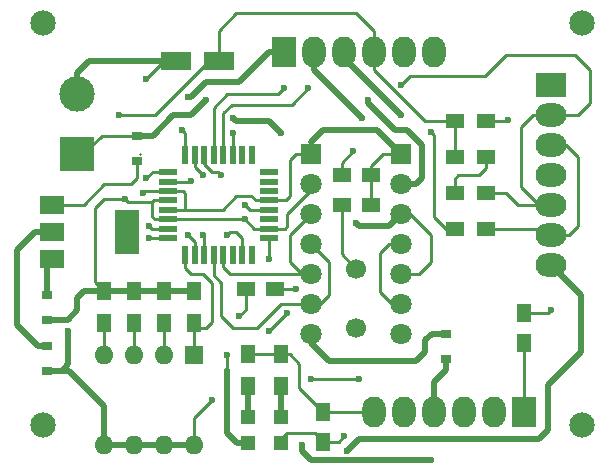
<source format=gtl>
G04 #@! TF.FileFunction,Copper,L1,Top,Signal*
%FSLAX46Y46*%
G04 Gerber Fmt 4.6, Leading zero omitted, Abs format (unit mm)*
G04 Created by KiCad (PCBNEW 4.0.6) date Tuesday, 11 '11e' April '11e' 2017, 13:18:08*
%MOMM*%
%LPD*%
G01*
G04 APERTURE LIST*
%ADD10C,0.100000*%
%ADD11R,1.500000X1.250000*%
%ADD12R,1.250000X1.500000*%
%ADD13R,2.000000X2.600000*%
%ADD14O,2.000000X2.600000*%
%ADD15R,2.600000X2.000000*%
%ADD16O,2.600000X2.000000*%
%ADD17R,1.500000X1.300000*%
%ADD18R,1.800000X1.800000*%
%ADD19C,1.800000*%
%ADD20R,1.600000X0.550000*%
%ADD21R,0.550000X1.600000*%
%ADD22R,0.900000X0.800000*%
%ADD23R,2.600000X1.600000*%
%ADD24R,1.200000X1.200000*%
%ADD25R,3.000000X3.000000*%
%ADD26C,3.000000*%
%ADD27R,1.300000X1.500000*%
%ADD28R,1.600000X1.600000*%
%ADD29O,1.600000X1.600000*%
%ADD30R,2.000000X3.800000*%
%ADD31R,2.000000X1.500000*%
%ADD32C,1.700000*%
%ADD33C,2.150000*%
%ADD34C,0.600000*%
%ADD35C,0.250000*%
%ADD36C,0.500000*%
G04 APERTURE END LIST*
D10*
D11*
X137688000Y-70866000D03*
X140188000Y-70866000D03*
X137688000Y-73406000D03*
X140188000Y-73406000D03*
D12*
X153162000Y-85070000D03*
X153162000Y-82570000D03*
D13*
X132842000Y-60452000D03*
D14*
X135382000Y-60452000D03*
X137922000Y-60452000D03*
X140462000Y-60452000D03*
X143002000Y-60452000D03*
X145542000Y-60452000D03*
D13*
X153162000Y-90932000D03*
D14*
X150622000Y-90932000D03*
X148082000Y-90932000D03*
X145542000Y-90932000D03*
X143002000Y-90932000D03*
X140462000Y-90932000D03*
D15*
X155448000Y-63246000D03*
D16*
X155448000Y-65786000D03*
X155448000Y-68326000D03*
X155448000Y-70866000D03*
X155448000Y-73406000D03*
X155448000Y-75946000D03*
X155448000Y-78486000D03*
D17*
X147240000Y-72390000D03*
X149940000Y-72390000D03*
X147240000Y-75438000D03*
X149940000Y-75438000D03*
D18*
X135128000Y-69088000D03*
D19*
X135128000Y-71628000D03*
X135128000Y-74168000D03*
X135128000Y-76708000D03*
X135128000Y-79248000D03*
X135128000Y-81788000D03*
X135128000Y-84328000D03*
X142748000Y-84328000D03*
X142748000Y-81788000D03*
X142748000Y-79248000D03*
X142748000Y-76708000D03*
X142748000Y-74168000D03*
X142748000Y-71628000D03*
D18*
X142748000Y-69088000D03*
D20*
X123004000Y-70606000D03*
X123004000Y-71406000D03*
X123004000Y-72206000D03*
X123004000Y-73006000D03*
X123004000Y-73806000D03*
X123004000Y-74606000D03*
X123004000Y-75406000D03*
X123004000Y-76206000D03*
D21*
X124454000Y-77656000D03*
X125254000Y-77656000D03*
X126054000Y-77656000D03*
X126854000Y-77656000D03*
X127654000Y-77656000D03*
X128454000Y-77656000D03*
X129254000Y-77656000D03*
X130054000Y-77656000D03*
D20*
X131504000Y-76206000D03*
X131504000Y-75406000D03*
X131504000Y-74606000D03*
X131504000Y-73806000D03*
X131504000Y-73006000D03*
X131504000Y-72206000D03*
X131504000Y-71406000D03*
X131504000Y-70606000D03*
D21*
X130054000Y-69156000D03*
X129254000Y-69156000D03*
X128454000Y-69156000D03*
X127654000Y-69156000D03*
X126854000Y-69156000D03*
X126054000Y-69156000D03*
X125254000Y-69156000D03*
X124454000Y-69156000D03*
D17*
X147240000Y-66294000D03*
X149940000Y-66294000D03*
X147240000Y-69342000D03*
X149940000Y-69342000D03*
D22*
X146558000Y-84294000D03*
X146558000Y-86394000D03*
D23*
X127276000Y-61214000D03*
X123676000Y-61214000D03*
D12*
X136144000Y-93452000D03*
X136144000Y-90952000D03*
D22*
X120396000Y-69630000D03*
X120396000Y-67530000D03*
D24*
X129794000Y-93556000D03*
X129794000Y-91356000D03*
X132588000Y-93556000D03*
X132588000Y-91356000D03*
D22*
X112776000Y-83092000D03*
X112776000Y-80992000D03*
X112776000Y-87410000D03*
X112776000Y-85310000D03*
D25*
X115316000Y-69088000D03*
D26*
X115316000Y-64008000D03*
D27*
X117602000Y-80692000D03*
X117602000Y-83392000D03*
X120142000Y-80692000D03*
X120142000Y-83392000D03*
X122682000Y-80692000D03*
X122682000Y-83392000D03*
X125222000Y-80692000D03*
X125222000Y-83392000D03*
X129794000Y-86026000D03*
X129794000Y-88726000D03*
X132588000Y-86026000D03*
X132588000Y-88726000D03*
D28*
X125222000Y-86106000D03*
D29*
X117602000Y-93726000D03*
X122682000Y-86106000D03*
X120142000Y-93726000D03*
X120142000Y-86106000D03*
X122682000Y-93726000D03*
X117602000Y-86106000D03*
X125222000Y-93726000D03*
D30*
X119482000Y-75692000D03*
D31*
X113182000Y-75692000D03*
X113182000Y-77992000D03*
X113182000Y-73392000D03*
D32*
X138938000Y-83820000D03*
X138938000Y-78820000D03*
D33*
X112431100Y-92018600D03*
X158031100Y-92018600D03*
X112431100Y-58018600D03*
X158031100Y-58018600D03*
D11*
X129560000Y-80518000D03*
X132060000Y-80518000D03*
D34*
X119380000Y-72898000D03*
X118872000Y-65786000D03*
X129470000Y-74606000D03*
X137922000Y-92964000D03*
X129032000Y-82804000D03*
X126746000Y-89916000D03*
X142748000Y-65786000D03*
X114554000Y-84074000D03*
X120904000Y-72390000D03*
X121158000Y-62738000D03*
X121412000Y-76200000D03*
X138684000Y-68834000D03*
X121412000Y-75184000D03*
X155448000Y-82296000D03*
X132842000Y-63500000D03*
X139954000Y-64516000D03*
X126238000Y-64516000D03*
X128016000Y-86106000D03*
X128016000Y-75946000D03*
X132588000Y-67310000D03*
X128524000Y-66040000D03*
X138938000Y-74930000D03*
X124714000Y-64262000D03*
X139446000Y-66040000D03*
X124206000Y-67056000D03*
X121158000Y-71120000D03*
X145288000Y-94996000D03*
X134366000Y-93726000D03*
X125984000Y-70866000D03*
X139192000Y-88138000D03*
X135128000Y-88138000D03*
X127508000Y-70866000D03*
X142748000Y-63246000D03*
X134874000Y-63500000D03*
X128524000Y-67310000D03*
X133096000Y-82550000D03*
X131572000Y-84074000D03*
X138176000Y-94234000D03*
X131572000Y-77978000D03*
X151765000Y-66167000D03*
X145288000Y-67183000D03*
X124714000Y-75946000D03*
X125984000Y-75946000D03*
X124968000Y-71374000D03*
X133858000Y-80518000D03*
X129540000Y-73406000D03*
D35*
X120616000Y-69088000D02*
X120650000Y-69054000D01*
D36*
X135128000Y-84328000D02*
X135128000Y-85090000D01*
X135128000Y-85090000D02*
X136652000Y-86614000D01*
X145322000Y-84294000D02*
X146558000Y-84294000D01*
X144780000Y-84836000D02*
X145322000Y-84294000D01*
X144780000Y-85852000D02*
X144780000Y-84836000D01*
X144018000Y-86614000D02*
X144780000Y-85852000D01*
X136652000Y-86614000D02*
X144018000Y-86614000D01*
D35*
X119380000Y-72898000D02*
X117602000Y-72898000D01*
X116840000Y-79930000D02*
X117602000Y-80692000D01*
X116840000Y-73660000D02*
X116840000Y-79930000D01*
X117602000Y-72898000D02*
X116840000Y-73660000D01*
X132588000Y-93556000D02*
X132588000Y-93218000D01*
X132588000Y-93218000D02*
X133096000Y-92710000D01*
X133096000Y-92710000D02*
X135402000Y-92710000D01*
X135402000Y-92710000D02*
X136144000Y-93452000D01*
X127276000Y-61214000D02*
X126492000Y-61214000D01*
X126492000Y-61214000D02*
X121920000Y-65786000D01*
X119634000Y-73152000D02*
X121666000Y-73152000D01*
X119380000Y-72898000D02*
X119634000Y-73152000D01*
X121920000Y-65786000D02*
X118872000Y-65786000D01*
X135128000Y-71628000D02*
X135128000Y-72136000D01*
X135128000Y-72136000D02*
X133096000Y-74168000D01*
X133096000Y-74168000D02*
X133096000Y-75184000D01*
X133096000Y-75184000D02*
X132874000Y-75406000D01*
X132874000Y-75406000D02*
X131504000Y-75406000D01*
X131504000Y-75406000D02*
X130270000Y-75406000D01*
X130270000Y-75406000D02*
X129470000Y-74606000D01*
X137434000Y-93452000D02*
X136144000Y-93452000D01*
X137922000Y-92964000D02*
X137434000Y-93452000D01*
X127276000Y-61214000D02*
X127276000Y-58652000D01*
X140462000Y-58674000D02*
X140462000Y-60452000D01*
X138938000Y-57150000D02*
X140462000Y-58674000D01*
X128778000Y-57150000D02*
X138938000Y-57150000D01*
X127276000Y-58652000D02*
X128778000Y-57150000D01*
X140462000Y-60452000D02*
X140462000Y-61976000D01*
X144780000Y-66294000D02*
X147240000Y-66294000D01*
X140462000Y-61976000D02*
X144780000Y-66294000D01*
X147240000Y-69342000D02*
X147240000Y-66294000D01*
X136040000Y-93556000D02*
X136144000Y-93452000D01*
D36*
X122682000Y-80692000D02*
X125222000Y-80692000D01*
X120142000Y-80692000D02*
X122682000Y-80692000D01*
X117602000Y-80692000D02*
X120142000Y-80692000D01*
X112776000Y-83092000D02*
X114520000Y-83092000D01*
X114520000Y-83092000D02*
X115316000Y-82296000D01*
X115316000Y-82296000D02*
X115316000Y-81280000D01*
X115316000Y-81280000D02*
X115904000Y-80692000D01*
X115904000Y-80692000D02*
X117602000Y-80692000D01*
D35*
X123004000Y-73006000D02*
X121812000Y-73006000D01*
X121812000Y-73006000D02*
X121666000Y-73152000D01*
X121666000Y-73152000D02*
X121666000Y-74422000D01*
X121666000Y-74422000D02*
X121850000Y-74606000D01*
X121850000Y-74606000D02*
X123004000Y-74606000D01*
X123004000Y-74606000D02*
X129470000Y-74606000D01*
X129470000Y-74606000D02*
X130270000Y-75406000D01*
X125222000Y-91440000D02*
X125222000Y-93726000D01*
D36*
X117602000Y-90424000D02*
X117602000Y-93726000D01*
X122682000Y-93726000D02*
X125222000Y-93726000D01*
X120142000Y-93726000D02*
X122682000Y-93726000D01*
X117602000Y-93726000D02*
X120142000Y-93726000D01*
D35*
X129560000Y-82276000D02*
X129032000Y-82804000D01*
X129560000Y-80518000D02*
X129560000Y-82276000D01*
X126746000Y-89916000D02*
X125222000Y-91440000D01*
X127508000Y-73806000D02*
X127616000Y-73806000D01*
X130048000Y-72644000D02*
X130410000Y-73006000D01*
X128778000Y-72644000D02*
X130048000Y-72644000D01*
X127616000Y-73806000D02*
X128778000Y-72644000D01*
D36*
X137922000Y-60452000D02*
X137922000Y-60960000D01*
X137922000Y-60960000D02*
X142748000Y-65786000D01*
X112776000Y-87410000D02*
X114012000Y-87410000D01*
X114554000Y-86868000D02*
X114554000Y-84074000D01*
X114012000Y-87410000D02*
X114554000Y-86868000D01*
D35*
X132588000Y-86026000D02*
X133270000Y-86026000D01*
X134112000Y-88920000D02*
X136144000Y-90952000D01*
X134112000Y-86868000D02*
X134112000Y-88920000D01*
X133270000Y-86026000D02*
X134112000Y-86868000D01*
X131504000Y-73006000D02*
X132988000Y-73006000D01*
X133858000Y-69088000D02*
X135128000Y-69088000D01*
X133350000Y-69596000D02*
X133858000Y-69088000D01*
X133350000Y-72644000D02*
X133350000Y-69596000D01*
X132988000Y-73006000D02*
X133350000Y-72644000D01*
X123004000Y-72206000D02*
X121088000Y-72206000D01*
X121088000Y-72206000D02*
X120904000Y-72390000D01*
X121158000Y-62738000D02*
X122682000Y-61214000D01*
X122682000Y-61214000D02*
X123676000Y-61214000D01*
D36*
X112776000Y-87410000D02*
X114588000Y-87410000D01*
X114588000Y-87410000D02*
X117602000Y-90424000D01*
X115316000Y-64008000D02*
X115316000Y-62230000D01*
X116332000Y-61214000D02*
X123676000Y-61214000D01*
X115316000Y-62230000D02*
X116332000Y-61214000D01*
D35*
X135128000Y-69088000D02*
X135128000Y-68072000D01*
D36*
X135128000Y-68072000D02*
X136144000Y-67056000D01*
X136144000Y-67056000D02*
X140716000Y-67056000D01*
X140716000Y-67056000D02*
X142748000Y-69088000D01*
D35*
X140188000Y-70866000D02*
X140188000Y-70124000D01*
X141224000Y-69088000D02*
X142748000Y-69088000D01*
X140188000Y-70124000D02*
X141224000Y-69088000D01*
X140188000Y-73406000D02*
X140188000Y-70866000D01*
X136144000Y-90952000D02*
X140442000Y-90952000D01*
X140442000Y-90952000D02*
X140462000Y-90932000D01*
X129794000Y-86026000D02*
X132588000Y-86026000D01*
X123004000Y-73806000D02*
X127508000Y-73806000D01*
X130410000Y-73006000D02*
X131504000Y-73006000D01*
X123004000Y-72206000D02*
X124276000Y-72206000D01*
X124314000Y-73806000D02*
X123004000Y-73806000D01*
X124460000Y-73660000D02*
X124314000Y-73806000D01*
X124460000Y-72390000D02*
X124460000Y-73660000D01*
X124276000Y-72206000D02*
X124460000Y-72390000D01*
X121412000Y-76200000D02*
X121418000Y-76206000D01*
X121418000Y-76206000D02*
X123004000Y-76206000D01*
X137688000Y-70866000D02*
X137688000Y-69830000D01*
X137688000Y-69830000D02*
X138684000Y-68834000D01*
X121634000Y-75406000D02*
X121412000Y-75184000D01*
X123004000Y-75406000D02*
X121634000Y-75406000D01*
X137688000Y-75792000D02*
X137688000Y-77570000D01*
X137688000Y-73406000D02*
X137688000Y-75792000D01*
X137688000Y-77570000D02*
X138938000Y-78820000D01*
X153162000Y-85070000D02*
X153162000Y-90932000D01*
X126854000Y-69156000D02*
X126854000Y-65170000D01*
X155174000Y-82570000D02*
X153162000Y-82570000D01*
X155448000Y-82296000D02*
X155174000Y-82570000D01*
X132334000Y-64008000D02*
X132842000Y-63500000D01*
X128016000Y-64008000D02*
X132334000Y-64008000D01*
X126854000Y-65170000D02*
X128016000Y-64008000D01*
D36*
X144526000Y-68326000D02*
X143256000Y-67056000D01*
X139954000Y-64770000D02*
X139954000Y-64516000D01*
X142240000Y-67056000D02*
X139954000Y-64770000D01*
X143256000Y-67056000D02*
X142240000Y-67056000D01*
X121700000Y-67530000D02*
X123444000Y-65786000D01*
X121700000Y-67530000D02*
X120396000Y-67530000D01*
X124968000Y-65786000D02*
X126238000Y-64516000D01*
X123444000Y-65786000D02*
X124968000Y-65786000D01*
X144018000Y-71628000D02*
X142748000Y-71628000D01*
X144526000Y-71120000D02*
X144018000Y-71628000D01*
X144526000Y-68326000D02*
X144526000Y-71120000D01*
X143510000Y-67310000D02*
X144526000Y-68326000D01*
X143510000Y-67310000D02*
X143510000Y-67310000D01*
D35*
X115316000Y-69088000D02*
X115824000Y-69088000D01*
X115824000Y-69088000D02*
X117382000Y-67530000D01*
X117382000Y-67530000D02*
X120396000Y-67530000D01*
X128016000Y-87376000D02*
X128016000Y-86106000D01*
D36*
X129794000Y-93556000D02*
X128862000Y-93556000D01*
D35*
X129254000Y-76168000D02*
X129254000Y-77656000D01*
X128778000Y-75692000D02*
X129254000Y-76168000D01*
X128270000Y-75692000D02*
X128778000Y-75692000D01*
X128016000Y-75946000D02*
X128270000Y-75692000D01*
D36*
X128016000Y-92710000D02*
X128016000Y-87376000D01*
X128862000Y-93556000D02*
X128016000Y-92710000D01*
D35*
X129624000Y-93556000D02*
X129794000Y-93556000D01*
D36*
X128524000Y-66040000D02*
X128778000Y-66294000D01*
X128778000Y-66294000D02*
X131572000Y-66294000D01*
X131572000Y-66294000D02*
X132588000Y-67310000D01*
X141732000Y-75184000D02*
X142748000Y-74168000D01*
X139192000Y-75184000D02*
X141732000Y-75184000D01*
X138938000Y-74930000D02*
X139192000Y-75184000D01*
X132842000Y-60452000D02*
X131572000Y-60452000D01*
X124968000Y-64262000D02*
X124714000Y-64262000D01*
X126238000Y-62992000D02*
X124968000Y-64262000D01*
X129032000Y-62992000D02*
X126238000Y-62992000D01*
X131572000Y-60452000D02*
X129032000Y-62992000D01*
D35*
X142748000Y-79248000D02*
X144272000Y-79248000D01*
X145288000Y-75946000D02*
X143510000Y-74168000D01*
X145288000Y-78232000D02*
X145288000Y-75946000D01*
X144272000Y-79248000D02*
X145288000Y-78232000D01*
X143510000Y-74168000D02*
X142748000Y-74168000D01*
D36*
X135382000Y-61976000D02*
X135382000Y-60452000D01*
X139446000Y-66040000D02*
X135382000Y-61976000D01*
D35*
X142748000Y-81788000D02*
X141986000Y-81788000D01*
X141986000Y-81788000D02*
X140970000Y-80772000D01*
X140970000Y-80772000D02*
X140970000Y-77470000D01*
X140970000Y-77470000D02*
X141732000Y-76708000D01*
X141732000Y-76708000D02*
X142748000Y-76708000D01*
X124454000Y-69156000D02*
X124454000Y-67304000D01*
X124454000Y-67304000D02*
X124206000Y-67056000D01*
X123004000Y-70606000D02*
X121672000Y-70606000D01*
X121672000Y-70606000D02*
X121158000Y-71120000D01*
X125254000Y-69156000D02*
X125254000Y-70136000D01*
X145288000Y-94996000D02*
X145288000Y-94996000D01*
D36*
X135128000Y-94996000D02*
X145288000Y-94996000D01*
X134366000Y-94234000D02*
X135128000Y-94996000D01*
X134366000Y-93726000D02*
X134366000Y-94234000D01*
D35*
X125254000Y-70136000D02*
X125984000Y-70866000D01*
X139192000Y-88138000D02*
X135128000Y-88138000D01*
X126746000Y-70612000D02*
X126054000Y-69920000D01*
X127254000Y-70612000D02*
X126746000Y-70612000D01*
X127508000Y-70866000D02*
X127254000Y-70612000D01*
X126054000Y-69920000D02*
X126054000Y-69156000D01*
X142748000Y-63246000D02*
X142748000Y-63246000D01*
X157734000Y-65786000D02*
X158750000Y-64770000D01*
X158750000Y-64770000D02*
X158750000Y-61976000D01*
X158750000Y-61976000D02*
X157480000Y-60706000D01*
X157480000Y-60706000D02*
X151638000Y-60706000D01*
X151638000Y-60706000D02*
X149860000Y-62484000D01*
X149860000Y-62484000D02*
X144018000Y-62484000D01*
X134874000Y-63500000D02*
X133477000Y-64897000D01*
X133477000Y-64897000D02*
X128397000Y-64897000D01*
X128397000Y-64897000D02*
X127654000Y-65640000D01*
X127654000Y-69156000D02*
X127654000Y-65640000D01*
X157734000Y-65786000D02*
X155448000Y-65786000D01*
X143510000Y-62484000D02*
X144018000Y-62484000D01*
X142748000Y-63246000D02*
X143510000Y-62484000D01*
X155448000Y-73406000D02*
X154432000Y-73406000D01*
X154432000Y-73406000D02*
X152908000Y-71882000D01*
X153924000Y-65786000D02*
X155448000Y-65786000D01*
X152908000Y-66802000D02*
X153924000Y-65786000D01*
X152908000Y-71882000D02*
X152908000Y-66802000D01*
X149940000Y-72390000D02*
X151638000Y-72390000D01*
X152654000Y-73406000D02*
X155448000Y-73406000D01*
X151638000Y-72390000D02*
X152654000Y-73406000D01*
X128454000Y-67380000D02*
X128454000Y-69156000D01*
X128524000Y-67310000D02*
X128454000Y-67380000D01*
X155448000Y-68326000D02*
X156718000Y-68326000D01*
X156718000Y-68326000D02*
X157734000Y-69342000D01*
X157734000Y-69342000D02*
X157734000Y-75184000D01*
X157734000Y-75184000D02*
X156972000Y-75946000D01*
X156972000Y-75946000D02*
X155448000Y-75946000D01*
X149940000Y-75438000D02*
X154940000Y-75438000D01*
X154940000Y-75438000D02*
X155448000Y-75946000D01*
X133096000Y-82550000D02*
X131572000Y-84074000D01*
D36*
X155194000Y-92456000D02*
X155194000Y-88646000D01*
X155194000Y-88646000D02*
X157988000Y-85852000D01*
X157988000Y-85852000D02*
X157988000Y-81026000D01*
X157988000Y-81026000D02*
X155448000Y-78486000D01*
X139192000Y-93218000D02*
X154432000Y-93218000D01*
X154432000Y-93218000D02*
X155194000Y-92456000D01*
X138176000Y-94234000D02*
X139192000Y-93218000D01*
D35*
X131504000Y-76206000D02*
X131504000Y-77910000D01*
X131504000Y-77910000D02*
X131572000Y-77978000D01*
X145542000Y-71120000D02*
X145542000Y-67437000D01*
X145542000Y-74422000D02*
X145542000Y-71120000D01*
X146558000Y-75438000D02*
X145542000Y-74422000D01*
X151638000Y-66294000D02*
X149940000Y-66294000D01*
X151765000Y-66167000D02*
X151638000Y-66294000D01*
X145542000Y-67437000D02*
X145288000Y-67183000D01*
X147240000Y-75438000D02*
X146558000Y-75438000D01*
X147240000Y-72390000D02*
X147240000Y-71200000D01*
X149940000Y-70278000D02*
X149940000Y-69342000D01*
X149352000Y-70866000D02*
X149940000Y-70278000D01*
X147574000Y-70866000D02*
X149352000Y-70866000D01*
X147240000Y-71200000D02*
X147574000Y-70866000D01*
X125254000Y-77656000D02*
X125254000Y-76486000D01*
X125254000Y-76486000D02*
X124714000Y-75946000D01*
X117602000Y-83392000D02*
X117602000Y-86106000D01*
X125984000Y-75946000D02*
X126054000Y-76016000D01*
X126054000Y-76016000D02*
X126054000Y-77656000D01*
X120142000Y-83392000D02*
X120142000Y-86106000D01*
X122682000Y-83392000D02*
X122682000Y-86106000D01*
X124968000Y-71374000D02*
X124936000Y-71406000D01*
X124936000Y-71406000D02*
X123004000Y-71406000D01*
X125222000Y-83392000D02*
X125222000Y-86106000D01*
X124454000Y-77656000D02*
X124454000Y-78734000D01*
X126238000Y-83820000D02*
X125650000Y-83820000D01*
X126746000Y-83312000D02*
X126238000Y-83820000D01*
X126746000Y-80010000D02*
X126746000Y-83312000D01*
X125984000Y-79248000D02*
X126746000Y-80010000D01*
X124968000Y-79248000D02*
X125984000Y-79248000D01*
X124454000Y-78734000D02*
X124968000Y-79248000D01*
X125650000Y-83820000D02*
X125222000Y-83392000D01*
X127654000Y-77656000D02*
X127654000Y-78632000D01*
X128270000Y-79248000D02*
X135128000Y-79248000D01*
X127654000Y-78632000D02*
X128270000Y-79248000D01*
X135128000Y-79248000D02*
X134366000Y-79248000D01*
X134366000Y-79248000D02*
X133350000Y-78232000D01*
X133350000Y-78232000D02*
X133350000Y-75946000D01*
X133350000Y-75946000D02*
X135128000Y-74168000D01*
X130302000Y-83820000D02*
X130556000Y-83820000D01*
X130556000Y-83820000D02*
X132588000Y-81788000D01*
X130556000Y-83820000D02*
X132080000Y-82296000D01*
X127508000Y-81280000D02*
X127508000Y-82804000D01*
X128524000Y-83820000D02*
X130302000Y-83820000D01*
X127508000Y-82804000D02*
X128524000Y-83820000D01*
X132080000Y-82296000D02*
X132588000Y-81788000D01*
X127508000Y-80010000D02*
X127508000Y-81280000D01*
X126854000Y-77656000D02*
X126854000Y-79356000D01*
X132588000Y-81788000D02*
X135128000Y-81788000D01*
X126854000Y-79356000D02*
X127508000Y-80010000D01*
X135128000Y-81788000D02*
X135890000Y-81788000D01*
X135890000Y-81788000D02*
X136652000Y-81026000D01*
X136652000Y-81026000D02*
X136652000Y-78232000D01*
X136652000Y-78232000D02*
X135128000Y-76708000D01*
D36*
X146558000Y-86394000D02*
X146558000Y-87376000D01*
X145542000Y-88392000D02*
X145542000Y-90932000D01*
X146558000Y-87376000D02*
X145542000Y-88392000D01*
D35*
X113182000Y-73392000D02*
X115838000Y-73392000D01*
X120396000Y-71120000D02*
X120396000Y-69630000D01*
X119888000Y-71628000D02*
X120396000Y-71120000D01*
X117602000Y-71628000D02*
X119888000Y-71628000D01*
X115838000Y-73392000D02*
X117602000Y-71628000D01*
D36*
X129794000Y-88726000D02*
X129794000Y-91356000D01*
X132588000Y-88726000D02*
X132588000Y-91356000D01*
X112776000Y-80992000D02*
X112776000Y-78398000D01*
D35*
X112776000Y-78398000D02*
X113182000Y-77992000D01*
D36*
X112776000Y-85310000D02*
X111980000Y-85310000D01*
X111760000Y-75692000D02*
X113182000Y-75692000D01*
X110236000Y-77216000D02*
X111760000Y-75692000D01*
X110236000Y-83566000D02*
X110236000Y-77216000D01*
X111980000Y-85310000D02*
X110236000Y-83566000D01*
D35*
X131504000Y-73806000D02*
X129940000Y-73806000D01*
X133858000Y-80518000D02*
X132060000Y-80518000D01*
X129940000Y-73806000D02*
X129540000Y-73406000D01*
M02*

</source>
